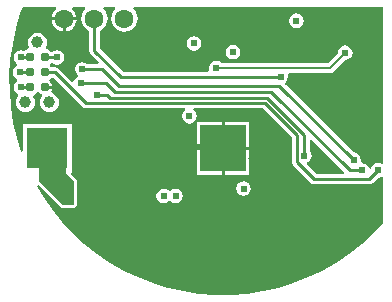
<source format=gbl>
G04*
G04 #@! TF.GenerationSoftware,Altium Limited,Altium Designer,25.4.2 (15)*
G04*
G04 Layer_Physical_Order=4*
G04 Layer_Color=417716*
%FSTAX24Y24*%
%MOIN*%
G70*
G04*
G04 #@! TF.SameCoordinates,E8C35838-7A26-4AB5-A82F-FF47F1EBD12F*
G04*
G04*
G04 #@! TF.FilePolarity,Positive*
G04*
G01*
G75*
%ADD43C,0.0100*%
%ADD44C,0.0080*%
%ADD46C,0.0390*%
%ADD47C,0.0630*%
%ADD48C,0.0240*%
%ADD52C,0.0310*%
%ADD53R,0.1559X0.1559*%
%ADD54R,0.1382X0.1382*%
%ADD55C,0.0200*%
G36*
X020782Y018728D02*
X020769Y018718D01*
X020699Y018628D01*
X020655Y018522D01*
X02064Y018408D01*
X020655Y018295D01*
X020699Y018189D01*
X020769Y018098D01*
X02086Y018028D01*
X020906Y018009D01*
Y017346D01*
X020919Y01728D01*
X020956Y017224D01*
X021227Y016953D01*
X021204Y016898D01*
X02085D01*
X020771Y01695D01*
X020677Y016969D01*
X020584Y01695D01*
X020504Y016897D01*
X020451Y016818D01*
X020433Y016724D01*
X020451Y016631D01*
X020504Y016551D01*
X020521Y01654D01*
X020518Y01647D01*
X020465Y016435D01*
X020412Y016355D01*
X020406Y016324D01*
X020341Y016305D01*
X019903Y016743D01*
X019846Y01678D01*
X01978Y016793D01*
X019644D01*
X019626Y016816D01*
X019605Y016832D01*
Y016903D01*
X019649Y016947D01*
X019657D01*
X019736Y016894D01*
X01983Y016875D01*
X019924Y016894D01*
X020003Y016947D01*
X020056Y017026D01*
X020075Y01712D01*
X020056Y017214D01*
X020003Y017293D01*
X019924Y017346D01*
X01983Y017365D01*
X019736Y017346D01*
X019657Y017293D01*
X019644D01*
X019626Y017316D01*
X019569Y01736D01*
X019502Y017388D01*
X019477Y017391D01*
X019451Y017455D01*
X019455Y017461D01*
X019487Y017538D01*
X019498Y01762D01*
X019487Y017702D01*
X019455Y017779D01*
X019405Y017845D01*
X019339Y017895D01*
X019262Y017927D01*
X01918Y017938D01*
X019098Y017927D01*
X019021Y017895D01*
X018955Y017845D01*
X018905Y017779D01*
X018873Y017702D01*
X018862Y01762D01*
X018873Y017538D01*
X018905Y017461D01*
X018909Y017455D01*
X018883Y017391D01*
X018858Y017388D01*
X018791Y01736D01*
X01875Y017328D01*
X018724Y017346D01*
X01863Y017365D01*
X018536Y017346D01*
X018457Y017293D01*
X018404Y017214D01*
X018385Y01712D01*
X018404Y017026D01*
X018457Y016947D01*
X018516Y016907D01*
X018516Y016875D01*
X018511Y016842D01*
X018437Y016793D01*
X018384Y016714D01*
X018366Y01662D01*
X018384Y016527D01*
X018437Y016447D01*
X018512Y016398D01*
X018517Y016368D01*
X018517Y016333D01*
X018457Y016293D01*
X018404Y016214D01*
X018385Y01612D01*
X018404Y016026D01*
X018457Y015947D01*
X018528Y015899D01*
X018536Y015883D01*
X01854Y015869D01*
X018545Y015831D01*
X018505Y015779D01*
X018473Y015702D01*
X018462Y01562D01*
X018473Y015538D01*
X018505Y015461D01*
X018555Y015395D01*
X018621Y015345D01*
X018698Y015313D01*
X01878Y015302D01*
X018862Y015313D01*
X018939Y015345D01*
X019005Y015395D01*
X019055Y015461D01*
X019087Y015538D01*
X019098Y01562D01*
X019087Y015702D01*
X019055Y015779D01*
X019037Y015802D01*
X019057Y015875D01*
X019069Y01588D01*
X019126Y015924D01*
X019156Y015963D01*
X019213Y015968D01*
X019228Y015964D01*
X019246Y015936D01*
X019317Y015889D01*
X019319Y015886D01*
X019333Y015837D01*
X019335Y015818D01*
X019305Y015779D01*
X019273Y015702D01*
X019262Y01562D01*
X019273Y015538D01*
X019305Y015461D01*
X019355Y015395D01*
X019421Y015345D01*
X019498Y015313D01*
X01958Y015302D01*
X019662Y015313D01*
X019739Y015345D01*
X019805Y015395D01*
X019855Y015461D01*
X019887Y015538D01*
X019898Y01562D01*
X019887Y015702D01*
X019855Y015779D01*
X019805Y015845D01*
X019739Y015895D01*
X019676Y015921D01*
X019655Y015963D01*
X019649Y015989D01*
X01967Y016021D01*
X01969Y01612D01*
X01967Y016219D01*
X019614Y016304D01*
X019586Y016322D01*
X019582Y016337D01*
X019587Y016394D01*
X019626Y016424D01*
X019644Y016447D01*
X019708D01*
X020685Y01547D01*
X020741Y015432D01*
X020808Y015419D01*
X024093D01*
X024112Y015359D01*
X024073Y015333D01*
X02402Y015254D01*
X024001Y01516D01*
X02402Y015066D01*
X024073Y014987D01*
X024152Y014934D01*
X024246Y014915D01*
X024339Y014934D01*
X024419Y014987D01*
X024472Y015066D01*
X02449Y01516D01*
X024472Y015254D01*
X024419Y015333D01*
X02438Y015359D01*
X024398Y015419D01*
X026686D01*
X027657Y014448D01*
Y01365D01*
X02767Y013584D01*
X027707Y013527D01*
X028287Y012947D01*
X028344Y01291D01*
X02841Y012897D01*
X03025D01*
X030316Y01291D01*
X030373Y012947D01*
X030539Y013114D01*
X030632Y013132D01*
X030657Y013149D01*
X03071Y013121D01*
Y011609D01*
X030384Y011262D01*
X029995Y010904D01*
X029579Y010576D01*
X029141Y010279D01*
X028681Y010016D01*
X028204Y009788D01*
X02771Y009596D01*
X027204Y009441D01*
X026688Y009324D01*
X026165Y009246D01*
X025637Y009207D01*
X025107D01*
X02458Y009246D01*
X024056Y009324D01*
X02354Y009441D01*
X023034Y009596D01*
X022541Y009788D01*
X022063Y010016D01*
X021604Y010279D01*
X021165Y010576D01*
X02075Y010904D01*
X02036Y011262D01*
X019997Y011648D01*
X019665Y012059D01*
X019364Y012495D01*
X019168Y012828D01*
X019216Y012865D01*
X019961Y01212D01*
X020001Y012094D01*
X020047Y012084D01*
X020362D01*
X020409Y012094D01*
X020449Y01212D01*
X020478Y01215D01*
X020505Y012189D01*
X020514Y012236D01*
Y012994D01*
X020505Y013041D01*
X020478Y013081D01*
X020311Y013248D01*
X020327Y013287D01*
X020327D01*
Y014909D01*
X018705D01*
Y013989D01*
X018645Y013979D01*
X018504Y014422D01*
X018381Y014936D01*
X018297Y015459D01*
X018252Y015986D01*
X018246Y016516D01*
X01828Y017044D01*
X018352Y017568D01*
X018464Y018086D01*
X018613Y018594D01*
X018686Y018788D01*
X019794D01*
X019815Y018728D01*
X019783Y018704D01*
X019716Y018617D01*
X019675Y018517D01*
X019667Y018458D01*
X020079D01*
X020491D01*
X020483Y018517D01*
X020441Y018617D01*
X020375Y018704D01*
X020343Y018728D01*
X020364Y018788D01*
X020761D01*
X020782Y018728D01*
D02*
G37*
G36*
X03071Y013596D02*
X030657Y013567D01*
X030632Y013584D01*
X030538Y013603D01*
X030444Y013584D01*
X030365Y013531D01*
X030312Y013452D01*
X030303Y013406D01*
X030291Y013402D01*
X030222Y013439D01*
X03022Y013448D01*
X030167Y013527D01*
X030088Y01358D01*
X029999Y013598D01*
X029994Y0136D01*
X029953Y013652D01*
X029965Y01371D01*
X029946Y013804D01*
X029893Y013883D01*
X029814Y013936D01*
X029721Y013955D01*
X027447Y016228D01*
X027453Y016288D01*
X027464Y016295D01*
X027517Y016375D01*
X027536Y016468D01*
X027523Y016537D01*
X027561Y016597D01*
X028926D01*
X028989Y016609D01*
X029042Y016645D01*
X029431Y017034D01*
X029443Y017032D01*
X029537Y017051D01*
X029616Y017104D01*
X029669Y017183D01*
X029688Y017277D01*
X029669Y01737D01*
X029616Y01745D01*
X029537Y017503D01*
X029443Y017522D01*
X02935Y017503D01*
X02927Y01745D01*
X029217Y01737D01*
X029198Y017277D01*
X029201Y017265D01*
X028859Y016923D01*
X025329D01*
X025322Y016933D01*
X025243Y016986D01*
X025149Y017005D01*
X025056Y016986D01*
X024976Y016933D01*
X024923Y016854D01*
X024905Y01676D01*
X024916Y016702D01*
X024873Y016642D01*
X022029D01*
X021252Y017418D01*
Y018009D01*
X021298Y018028D01*
X021389Y018098D01*
X021459Y018189D01*
X021503Y018295D01*
X021518Y018408D01*
X021503Y018522D01*
X021459Y018628D01*
X021389Y018718D01*
X021376Y018728D01*
X021396Y018788D01*
X021761D01*
X021782Y018728D01*
X021769Y018718D01*
X021699Y018628D01*
X021655Y018522D01*
X02164Y018408D01*
X021655Y018295D01*
X021699Y018189D01*
X021769Y018098D01*
X02186Y018028D01*
X021965Y017984D01*
X022079Y017969D01*
X022192Y017984D01*
X022298Y018028D01*
X022389Y018098D01*
X022459Y018189D01*
X022503Y018295D01*
X022518Y018408D01*
X022503Y018522D01*
X022459Y018628D01*
X022389Y018718D01*
X022376Y018728D01*
X022396Y018788D01*
X03071Y018788D01*
Y013596D01*
D02*
G37*
G36*
X029416Y013299D02*
X029393Y013243D01*
X028482D01*
X028157Y013568D01*
X028159Y013575D01*
X028181Y013629D01*
X028253Y013677D01*
X028306Y013756D01*
X028325Y01385D01*
X028306Y013944D01*
X028253Y014023D01*
Y014383D01*
X028309Y014406D01*
X029416Y013299D01*
D02*
G37*
G36*
X020146Y01324D02*
X020392Y012994D01*
Y012236D01*
X020362Y012207D01*
X020047D01*
X01925Y013004D01*
Y014146D01*
X019467Y014362D01*
X020146D01*
Y01324D01*
D02*
G37*
%LPC*%
G36*
X020029Y018358D02*
X019667D01*
X019675Y0183D01*
X019716Y018199D01*
X019783Y018112D01*
X01987Y018046D01*
X019971Y018004D01*
X020029Y017996D01*
Y018358D01*
D02*
G37*
G36*
X020491D02*
X020129D01*
Y017996D01*
X020187Y018004D01*
X020288Y018046D01*
X020375Y018112D01*
X020441Y018199D01*
X020483Y0183D01*
X020491Y018358D01*
D02*
G37*
G36*
X02625Y014976D02*
X02542D01*
Y014146D01*
X02625D01*
Y014976D01*
D02*
G37*
G36*
X02532D02*
X02449D01*
Y014146D01*
X02532D01*
Y014976D01*
D02*
G37*
G36*
X02625Y014046D02*
X02542D01*
Y013217D01*
X02625D01*
Y014046D01*
D02*
G37*
G36*
X02532D02*
X02449D01*
Y013217D01*
X02532D01*
Y014046D01*
D02*
G37*
G36*
X023787Y012747D02*
X023694Y012728D01*
X023631Y012686D01*
X023591Y012679D01*
X02355Y012686D01*
X023487Y012728D01*
X023394Y012747D01*
X0233Y012728D01*
X023221Y012675D01*
X023168Y012596D01*
X023149Y012502D01*
X023168Y012408D01*
X023221Y012329D01*
X0233Y012276D01*
X023394Y012257D01*
X023487Y012276D01*
X02355Y012318D01*
X023591Y012325D01*
X023631Y012318D01*
X023694Y012276D01*
X023787Y012257D01*
X023881Y012276D01*
X023961Y012329D01*
X024014Y012408D01*
X024032Y012502D01*
X024014Y012596D01*
X023961Y012675D01*
X023881Y012728D01*
X023787Y012747D01*
D02*
G37*
G36*
X026051Y012993D02*
X025958Y012974D01*
X025878Y012921D01*
X025825Y012842D01*
X025807Y012748D01*
X025825Y012654D01*
X025878Y012575D01*
X025958Y012522D01*
X026051Y012503D01*
X026145Y012522D01*
X026224Y012575D01*
X026277Y012654D01*
X026296Y012748D01*
X026277Y012842D01*
X026224Y012921D01*
X026145Y012974D01*
X026051Y012993D01*
D02*
G37*
G36*
X027812Y018587D02*
X027718Y018568D01*
X027639Y018515D01*
X027586Y018436D01*
X027567Y018342D01*
X027586Y018248D01*
X027639Y018169D01*
X027718Y018116D01*
X027812Y018097D01*
X027906Y018116D01*
X027985Y018169D01*
X028038Y018248D01*
X028057Y018342D01*
X028038Y018436D01*
X027985Y018515D01*
X027906Y018568D01*
X027812Y018587D01*
D02*
G37*
G36*
X024396Y017835D02*
X024302Y017817D01*
X024223Y017764D01*
X02417Y017684D01*
X024151Y01759D01*
X02417Y017497D01*
X024223Y017417D01*
X024302Y017364D01*
X024396Y017346D01*
X02449Y017364D01*
X024569Y017417D01*
X024622Y017497D01*
X024641Y01759D01*
X024622Y017684D01*
X024569Y017764D01*
X02449Y017817D01*
X024396Y017835D01*
D02*
G37*
G36*
X025703Y017542D02*
X025609Y017523D01*
X02553Y01747D01*
X025477Y017391D01*
X025458Y017297D01*
X025477Y017204D01*
X02553Y017124D01*
X025609Y017071D01*
X025703Y017052D01*
X025796Y017071D01*
X025876Y017124D01*
X025929Y017204D01*
X025948Y017297D01*
X025929Y017391D01*
X025876Y01747D01*
X025796Y017523D01*
X025703Y017542D01*
D02*
G37*
%LPD*%
D43*
X01861Y01662D02*
X01893D01*
X01863Y01612D02*
X01893D01*
X01863Y01712D02*
X01893D01*
X01943Y01612D02*
X01983D01*
X01943Y01712D02*
X01983D01*
X020808Y015592D02*
X026758D01*
X01978Y01662D02*
X020808Y015592D01*
X01943Y01662D02*
X01978D01*
X021957Y016468D02*
X027291D01*
X021079Y017346D02*
X021957Y016468D01*
X021079Y017346D02*
Y018408D01*
X021888Y016183D02*
X027247D01*
X021347Y016724D02*
X021888Y016183D01*
X020677Y016724D02*
X021347D01*
X027247Y016183D02*
X02972Y01371D01*
X02176Y015976D02*
X026984D01*
X021474Y016262D02*
X02176Y015976D01*
X020638Y016262D02*
X021474D01*
X021494Y015878D02*
X021593Y015779D01*
X021169Y015878D02*
X021494D01*
X021593Y015779D02*
X026821D01*
X026984Y015976D02*
X029606Y013354D01*
X026821Y015779D02*
X02808Y01452D01*
X026758Y015592D02*
X02783Y01452D01*
X029606Y013354D02*
X029994D01*
X02808Y01385D02*
Y01452D01*
X02783Y01365D02*
Y01452D01*
Y01365D02*
X02841Y01307D01*
X03025D01*
X030538Y013358D01*
D44*
X025149Y01676D02*
X028926D01*
X02624Y01377D02*
X02674D01*
X028926Y01676D02*
X029443Y017277D01*
D46*
X01918Y01762D02*
D03*
X01878Y01562D02*
D03*
X01958D02*
D03*
D47*
X022079Y018408D02*
D03*
X021079D02*
D03*
X020079D02*
D03*
D48*
X021169Y015878D02*
D03*
X020677Y016724D02*
D03*
X020638Y016262D02*
D03*
X01863Y01612D02*
D03*
Y01712D02*
D03*
X01861Y01662D02*
D03*
X01983Y01612D02*
D03*
X01983Y01712D02*
D03*
X025703Y017297D02*
D03*
X025149Y01676D02*
D03*
X023551Y016951D02*
D03*
X027291Y016468D02*
D03*
X02972Y01371D02*
D03*
X030538Y013358D02*
D03*
X02674Y01377D02*
D03*
X03045Y01806D02*
D03*
X028063Y01727D02*
D03*
X027812Y018342D02*
D03*
X026454Y017554D02*
D03*
X02477Y01859D02*
D03*
X024246Y01516D02*
D03*
X0236Y01462D02*
D03*
X02359Y01357D02*
D03*
X02594Y01516D02*
D03*
X026388Y01456D02*
D03*
X02433Y01413D02*
D03*
X029994Y013354D02*
D03*
X02808Y01385D02*
D03*
X030302Y01276D02*
D03*
X029443Y017277D02*
D03*
X020018Y013033D02*
D03*
X020028Y012689D02*
D03*
X020254Y012384D02*
D03*
X023394Y012502D02*
D03*
X023787D02*
D03*
X021179Y015238D02*
D03*
X018886Y018526D02*
D03*
X02038Y017554D02*
D03*
X01861Y0151D02*
D03*
X02235Y017581D02*
D03*
X023345Y018122D02*
D03*
X023814Y018447D02*
D03*
X030323Y011527D02*
D03*
X025392Y012148D02*
D03*
X020677Y014008D02*
D03*
X022606Y014246D02*
D03*
X023295Y015337D02*
D03*
X020973Y013024D02*
D03*
X021819Y013516D02*
D03*
X022833Y011075D02*
D03*
X021524Y011085D02*
D03*
X02301Y010041D02*
D03*
X024969Y009579D02*
D03*
X02676Y009687D02*
D03*
X028364Y010258D02*
D03*
X029201Y01259D02*
D03*
X028974Y013516D02*
D03*
X028048Y011695D02*
D03*
X026602Y011439D02*
D03*
X024191Y011449D02*
D03*
X024791Y012699D02*
D03*
X02673Y012777D02*
D03*
X02738Y017197D02*
D03*
X030323Y017148D02*
D03*
X030343Y015848D02*
D03*
Y015012D02*
D03*
X028463Y015819D02*
D03*
X027931Y016429D02*
D03*
X02926Y014864D02*
D03*
X030028Y018388D02*
D03*
X025667Y018555D02*
D03*
X026356Y017128D02*
D03*
X024396Y01759D02*
D03*
X026051Y012748D02*
D03*
D52*
X01943Y01712D02*
D03*
X01893D02*
D03*
X01943Y01662D02*
D03*
X01893D02*
D03*
X01943Y01612D02*
D03*
X01893D02*
D03*
D53*
X02537Y014096D02*
D03*
D54*
X019516Y014098D02*
D03*
D55*
X025336Y01413D02*
X02537Y014096D01*
X02433Y01413D02*
X025336D01*
M02*

</source>
